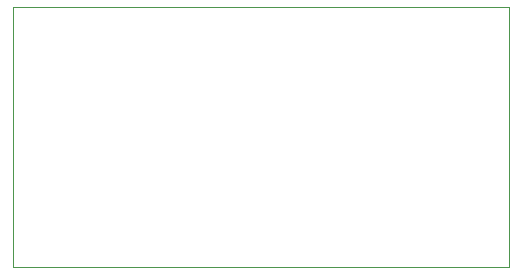
<source format=gbr>
%TF.GenerationSoftware,KiCad,Pcbnew,7.0.7*%
%TF.CreationDate,2024-02-11T21:42:06-08:00*%
%TF.ProjectId,PGL_FTDI_Prog,50474c5f-4654-4444-995f-50726f672e6b,rev?*%
%TF.SameCoordinates,Original*%
%TF.FileFunction,Profile,NP*%
%FSLAX46Y46*%
G04 Gerber Fmt 4.6, Leading zero omitted, Abs format (unit mm)*
G04 Created by KiCad (PCBNEW 7.0.7) date 2024-02-11 21:42:06*
%MOMM*%
%LPD*%
G01*
G04 APERTURE LIST*
%TA.AperFunction,Profile*%
%ADD10C,0.100000*%
%TD*%
G04 APERTURE END LIST*
D10*
X67000000Y-49000000D02*
X109000000Y-49000000D01*
X109000000Y-71000000D01*
X67000000Y-71000000D01*
X67000000Y-49000000D01*
M02*

</source>
